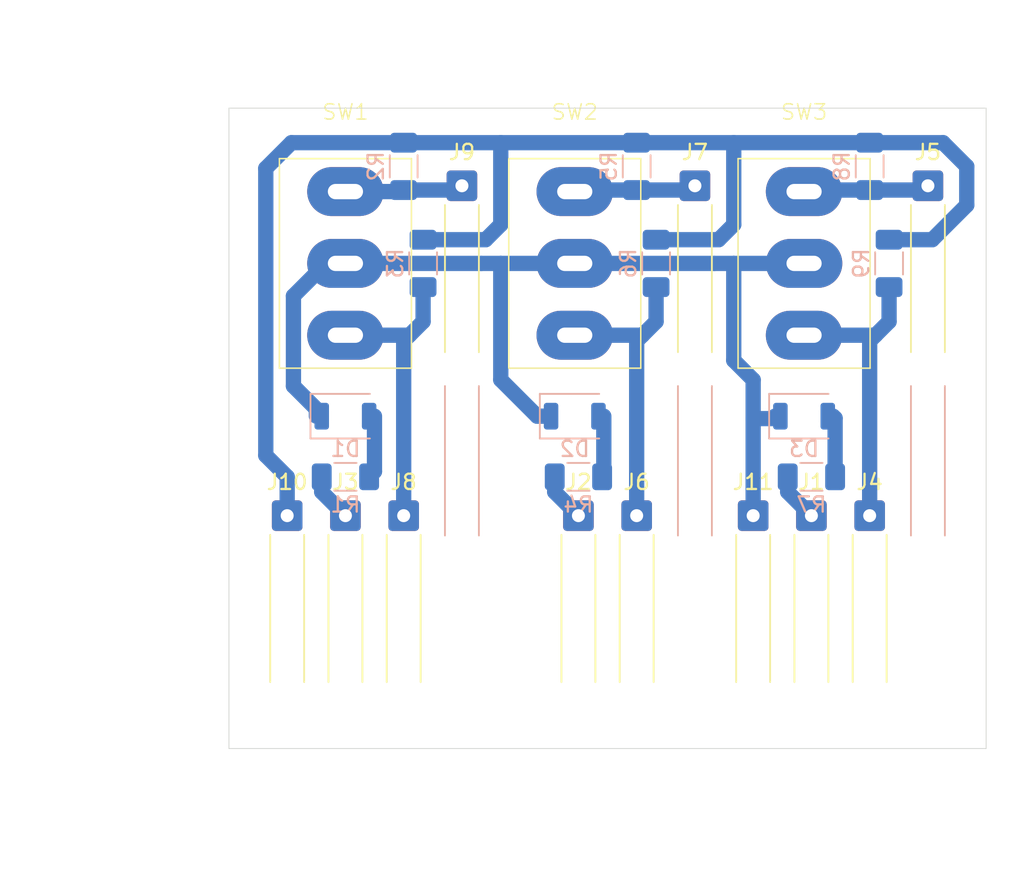
<source format=kicad_pcb>
(kicad_pcb (version 20221018) (generator pcbnew)
  (layers (0 "F.Cu" signal) (31 "B.Cu" signal) (34 "B.Paste" user) (35 "F.Paste" user) (36 "B.SilkS" user "B.Silkscreen") (37 "F.SilkS" user "F.Silkscreen") (38 "B.Mask" user) (39 "F.Mask" user) (44 "Edge.Cuts" user))
  (net 0 "")
  (net 1 "GND")
  (net 2 "Net-(D1-A)")
  (net 3 "Net-(D2-A)")
  (net 4 "Net-(D3-A)")
  (net 5 "/LED_LIGHT")
  (net 6 "/LED_VAC")
  (net 7 "/LED_PC")
  (net 8 "/LIGHT_OFF")
  (net 9 "/LIGHT_ON")
  (net 10 "/VAC_OFF")
  (net 11 "/VAC_ON")
  (net 12 "/PC_OFF")
  (net 13 "/PC_ON")
  (net 14 "+3V3")
  (footprint "ondra:SPDT_panel_mount" (layer "F.Cu") (at 113.82 95.25)
    (fp_text reference "SW3" (at 0 -9.906 unlocked) (layer "F.SilkS") (effects (font (thickness 0.1))))
    (fp_text value "SW_SPDT_MSM")
    (fp_line (start -4.318 -6.858) (end 4.318 -6.858) (stroke (width 0.1)) (layer "F.SilkS"))
    (fp_line (start -4.318 6.858) (end -4.318 -6.858) (stroke (width 0.1)) (layer "F.SilkS"))
    (fp_line (start 4.318 -6.858) (end 4.318 6.858) (stroke (width 0.1)) (layer "F.SilkS"))
    (fp_line (start 4.318 6.858) (end -4.318 6.858) (stroke (width 0.1)) (layer "F.SilkS"))
    (pad "1" thru_hole oval (at 0 -4.7) (size 5 3.2) (drill oval 2.3 1) (layers "*.Cu" "*.Mask") (net 9 "/LIGHT_ON"))
    (pad "2" thru_hole oval (at 0 0) (size 5 3.2) (drill oval 2.3 1) (layers "*.Cu" "*.Mask") (net 1 "GND"))
    (pad "3" thru_hole oval (at 0 4.7) (size 5 3.2) (drill oval 2.3 1) (layers "*.Cu" "*.Mask") (net 8 "/LIGHT_OFF"))
  )
  (footprint "Connector_Wire:SolderWire-0.25sqmm_1x01_D0.65mm_OD2mm_Relief" (layer "F.Cu") (at 110.49 111.76)
    (fp_text reference "J11" (at 0 -2.2) (layer "F.SilkS"))
    (fp_text value "Conn_01x01")
    (fp_line (start -1.11 1.26) (end -1.11 10.89) (stroke (width 0.12)) (layer "F.SilkS"))
    (fp_line (start 1.11 1.26) (end 1.11 10.89) (stroke (width 0.12)) (layer "F.SilkS"))
    (pad "" np_thru_hole circle (at 0 12) (size 2.5 2.5) (drill 2.5) (layers "*.Cu" "*.Mask"))
    (pad "1" thru_hole roundrect (at 0 0) (size 2 2) (drill 0.85) (layers "*.Cu" "*.Mask") (roundrect_rratio 0.125) (net 1 "GND"))
  )
  (footprint "Connector_Wire:SolderWire-0.25sqmm_1x01_D0.65mm_OD2mm_Relief" (layer "F.Cu") (at 80.01 111.76)
    (fp_text reference "J10" (at 0 -2.2) (layer "F.SilkS"))
    (fp_text value "Conn_01x01")
    (fp_line (start -1.11 1.26) (end -1.11 10.89) (stroke (width 0.12)) (layer "F.SilkS"))
    (fp_line (start 1.11 1.26) (end 1.11 10.89) (stroke (width 0.12)) (layer "F.SilkS"))
    (pad "" np_thru_hole circle (at 0 12) (size 2.5 2.5) (drill 2.5) (layers "*.Cu" "*.Mask"))
    (pad "1" thru_hole roundrect (at 0 0) (size 2 2) (drill 0.85) (layers "*.Cu" "*.Mask") (roundrect_rratio 0.125) (net 14 "+3V3"))
  )
  (footprint "Connector_Wire:SolderWire-0.25sqmm_1x01_D0.65mm_OD2mm_Relief" (layer "F.Cu") (at 102.87 111.76)
    (fp_text reference "J6" (at 0 -2.2) (layer "F.SilkS"))
    (fp_text value "Conn_01x01")
    (fp_line (start -1.11 1.26) (end -1.11 10.89) (stroke (width 0.12)) (layer "F.SilkS"))
    (fp_line (start 1.11 1.26) (end 1.11 10.89) (stroke (width 0.12)) (layer "F.SilkS"))
    (pad "" np_thru_hole circle (at 0 12) (size 2.5 2.5) (drill 2.5) (layers "*.Cu" "*.Mask"))
    (pad "1" thru_hole roundrect (at 0 0) (size 2 2) (drill 0.85) (layers "*.Cu" "*.Mask") (roundrect_rratio 0.125) (net 10 "/VAC_OFF"))
  )
  (footprint "ondra:SPDT_panel_mount" (layer "F.Cu") (at 83.82 95.25)
    (fp_text reference "SW1" (at 0 -9.906 unlocked) (layer "F.SilkS") (effects (font (thickness 0.1))))
    (fp_text value "SW_SPDT_MSM")
    (fp_line (start -4.318 -6.858) (end 4.318 -6.858) (stroke (width 0.1)) (layer "F.SilkS"))
    (fp_line (start -4.318 6.858) (end -4.318 -6.858) (stroke (width 0.1)) (layer "F.SilkS"))
    (fp_line (start 4.318 -6.858) (end 4.318 6.858) (stroke (width 0.1)) (layer "F.SilkS"))
    (fp_line (start 4.318 6.858) (end -4.318 6.858) (stroke (width 0.1)) (layer "F.SilkS"))
    (pad "1" thru_hole oval (at 0 -4.7) (size 5 3.2) (drill oval 2.3 1) (layers "*.Cu" "*.Mask") (net 13 "/PC_ON"))
    (pad "2" thru_hole oval (at 0 0) (size 5 3.2) (drill oval 2.3 1) (layers "*.Cu" "*.Mask") (net 1 "GND"))
    (pad "3" thru_hole oval (at 0 4.7) (size 5 3.2) (drill oval 2.3 1) (layers "*.Cu" "*.Mask") (net 12 "/PC_OFF"))
  )
  (footprint "Connector_Wire:SolderWire-0.25sqmm_1x01_D0.65mm_OD2mm_Relief2x" (layer "F.Cu") (at 121.92 90.17)
    (fp_text reference "J5" (at 0 -2.2) (layer "F.SilkS"))
    (fp_text value "Conn_01x01")
    (fp_line (start -1.11 13.11) (end -1.11 22.89) (stroke (width 0.12)) (layer "B.SilkS"))
    (fp_line (start 1.11 13.11) (end 1.11 22.89) (stroke (width 0.12)) (layer "B.SilkS"))
    (fp_line (start -1.11 1.26) (end -1.11 10.89) (stroke (width 0.12)) (layer "F.SilkS"))
    (fp_line (start 1.11 1.26) (end 1.11 10.89) (stroke (width 0.12)) (layer "F.SilkS"))
    (pad "" np_thru_hole circle (at 0 12) (size 2.5 2.5) (drill 2.5) (layers "*.Cu" "*.Mask"))
    (pad "" np_thru_hole circle (at 0 24) (size 2.5 2.5) (drill 2.5) (layers "*.Cu" "*.Mask"))
    (pad "1" thru_hole roundrect (at 0 0) (size 2 2) (drill 0.85) (layers "*.Cu" "*.Mask") (roundrect_rratio 0.125) (net 9 "/LIGHT_ON"))
  )
  (footprint "Connector_Wire:SolderWire-0.25sqmm_1x01_D0.65mm_OD2mm_Relief2x" (layer "F.Cu") (at 91.44 90.17)
    (fp_text reference "J9" (at 0 -2.2) (layer "F.SilkS"))
    (fp_text value "Conn_01x01")
    (fp_line (start -1.11 13.11) (end -1.11 22.89) (stroke (width 0.12)) (layer "B.SilkS"))
    (fp_line (start 1.11 13.11) (end 1.11 22.89) (stroke (width 0.12)) (layer "B.SilkS"))
    (fp_line (start -1.11 1.26) (end -1.11 10.89) (stroke (width 0.12)) (layer "F.SilkS"))
    (fp_line (start 1.11 1.26) (end 1.11 10.89) (stroke (width 0.12)) (layer "F.SilkS"))
    (pad "" np_thru_hole circle (at 0 12) (size 2.5 2.5) (drill 2.5) (layers "*.Cu" "*.Mask"))
    (pad "" np_thru_hole circle (at 0 24) (size 2.5 2.5) (drill 2.5) (layers "*.Cu" "*.Mask"))
    (pad "1" thru_hole roundrect (at 0 0) (size 2 2) (drill 0.85) (layers "*.Cu" "*.Mask") (roundrect_rratio 0.125) (net 13 "/PC_ON"))
  )
  (footprint "ondra:SPDT_panel_mount" (layer "F.Cu") (at 98.82 95.25)
    (fp_text reference "SW2" (at 0 -9.906 unlocked) (layer "F.SilkS") (effects (font (thickness 0.1))))
    (fp_text value "SW_SPDT_MSM")
    (fp_line (start -4.318 -6.858) (end 4.318 -6.858) (stroke (width 0.1)) (layer "F.SilkS"))
    (fp_line (start -4.318 6.858) (end -4.318 -6.858) (stroke (width 0.1)) (layer "F.SilkS"))
    (fp_line (start 4.318 -6.858) (end 4.318 6.858) (stroke (width 0.1)) (layer "F.SilkS"))
    (fp_line (start 4.318 6.858) (end -4.318 6.858) (stroke (width 0.1)) (layer "F.SilkS"))
    (pad "1" thru_hole oval (at 0 -4.7) (size 5 3.2) (drill oval 2.3 1) (layers "*.Cu" "*.Mask") (net 11 "/VAC_ON"))
    (pad "2" thru_hole oval (at 0 0) (size 5 3.2) (drill oval 2.3 1) (layers "*.Cu" "*.Mask") (net 1 "GND"))
    (pad "3" thru_hole oval (at 0 4.7) (size 5 3.2) (drill oval 2.3 1) (layers "*.Cu" "*.Mask") (net 10 "/VAC_OFF"))
  )
  (footprint "Connector_Wire:SolderWire-0.25sqmm_1x01_D0.65mm_OD2mm_Relief" (layer "F.Cu") (at 118.11 111.76)
    (fp_text reference "J4" (at 0 -2.2) (layer "F.SilkS"))
    (fp_text value "Conn_01x01")
    (fp_line (start -1.11 1.26) (end -1.11 10.89) (stroke (width 0.12)) (layer "F.SilkS"))
    (fp_line (start 1.11 1.26) (end 1.11 10.89) (stroke (width 0.12)) (layer "F.SilkS"))
    (pad "" np_thru_hole circle (at 0 12) (size 2.5 2.5) (drill 2.5) (layers "*.Cu" "*.Mask"))
    (pad "1" thru_hole roundrect (at 0 0) (size 2 2) (drill 0.85) (layers "*.Cu" "*.Mask") (roundrect_rratio 0.125) (net 8 "/LIGHT_OFF"))
  )
  (footprint "Connector_Wire:SolderWire-0.25sqmm_1x01_D0.65mm_OD2mm_Relief" (layer "F.Cu") (at 83.82 111.76)
    (fp_text reference "J3" (at 0 -2.2) (layer "F.SilkS"))
    (fp_text value "Conn_01x01")
    (fp_line (start -1.11 1.26) (end -1.11 10.89) (stroke (width 0.12)) (layer "F.SilkS"))
    (fp_line (start 1.11 1.26) (end 1.11 10.89) (stroke (width 0.12)) (layer "F.SilkS"))
    (pad "" np_thru_hole circle (at 0 12) (size 2.5 2.5) (drill 2.5) (layers "*.Cu" "*.Mask"))
    (pad "1" thru_hole roundrect (at 0 0) (size 2 2) (drill 0.85) (layers "*.Cu" "*.Mask") (roundrect_rratio 0.125) (net 7 "/LED_PC"))
  )
  (footprint "Connector_Wire:SolderWire-0.25sqmm_1x01_D0.65mm_OD2mm_Relief" (layer "F.Cu") (at 87.63 111.76)
    (fp_text reference "J8" (at 0 -2.2) (layer "F.SilkS"))
    (fp_text value "Conn_01x01")
    (fp_line (start -1.11 1.26) (end -1.11 10.89) (stroke (width 0.12)) (layer "F.SilkS"))
    (fp_line (start 1.11 1.26) (end 1.11 10.89) (stroke (width 0.12)) (layer "F.SilkS"))
    (pad "" np_thru_hole circle (at 0 12) (size 2.5 2.5) (drill 2.5) (layers "*.Cu" "*.Mask"))
    (pad "1" thru_hole roundrect (at 0 0) (size 2 2) (drill 0.85) (layers "*.Cu" "*.Mask") (roundrect_rratio 0.125) (net 12 "/PC_OFF"))
  )
  (footprint "Connector_Wire:SolderWire-0.25sqmm_1x01_D0.65mm_OD2mm_Relief2x" (layer "F.Cu") (at 106.68 90.17)
    (fp_text reference "J7" (at 0 -2.2) (layer "F.SilkS"))
    (fp_text value "Conn_01x01")
    (fp_line (start -1.11 13.11) (end -1.11 22.89) (stroke (width 0.12)) (layer "B.SilkS"))
    (fp_line (start 1.11 13.11) (end 1.11 22.89) (stroke (width 0.12)) (layer "B.SilkS"))
    (fp_line (start -1.11 1.26) (end -1.11 10.89) (stroke (width 0.12)) (layer "F.SilkS"))
    (fp_line (start 1.11 1.26) (end 1.11 10.89) (stroke (width 0.12)) (layer "F.SilkS"))
    (pad "" np_thru_hole circle (at 0 12) (size 2.5 2.5) (drill 2.5) (layers "*.Cu" "*.Mask"))
    (pad "" np_thru_hole circle (at 0 24) (size 2.5 2.5) (drill 2.5) (layers "*.Cu" "*.Mask"))
    (pad "1" thru_hole roundrect (at 0 0) (size 2 2) (drill 0.85) (layers "*.Cu" "*.Mask") (roundrect_rratio 0.125) (net 11 "/VAC_ON"))
  )
  (footprint "Connector_Wire:SolderWire-0.25sqmm_1x01_D0.65mm_OD2mm_Relief" (layer "F.Cu") (at 99.06 111.76)
    (fp_text reference "J2" (at 0 -2.2) (layer "F.SilkS"))
    (fp_text value "Conn_01x01")
    (fp_line (start -1.11 1.26) (end -1.11 10.89) (stroke (width 0.12)) (layer "F.SilkS"))
    (fp_line (start 1.11 1.26) (end 1.11 10.89) (stroke (width 0.12)) (layer "F.SilkS"))
    (pad "" np_thru_hole circle (at 0 12) (size 2.5 2.5) (drill 2.5) (layers "*.Cu" "*.Mask"))
    (pad "1" thru_hole roundrect (at 0 0) (size 2 2) (drill 0.85) (layers "*.Cu" "*.Mask") (roundrect_rratio 0.125) (net 6 "/LED_VAC"))
  )
  (footprint "Connector_Wire:SolderWire-0.25sqmm_1x01_D0.65mm_OD2mm_Relief" (layer "F.Cu") (at 114.3 111.76)
    (fp_text reference "J1" (at 0 -2.2) (layer "F.SilkS"))
    (fp_text value "Conn_01x01")
    (fp_line (start -1.11 1.26) (end -1.11 10.89) (stroke (width 0.12)) (layer "F.SilkS"))
    (fp_line (start 1.11 1.26) (end 1.11 10.89) (stroke (width 0.12)) (layer "F.SilkS"))
    (pad "" np_thru_hole circle (at 0 12) (size 2.5 2.5) (drill 2.5) (layers "*.Cu" "*.Mask"))
    (pad "1" thru_hole roundrect (at 0 0) (size 2 2) (drill 0.85) (layers "*.Cu" "*.Mask") (roundrect_rratio 0.125) (net 5 "/LED_LIGHT"))
  )
  (footprint "Resistor_SMD:R_1206_3216Metric_Pad1.30x1.75mm_HandSolder" (layer "B.Cu") (at 87.63 88.9 -90)
    (fp_text reference "R2" (at 0 1.82 90) (layer "B.SilkS") (effects (justify mirror)))
    (fp_text value "10k")
    (fp_line (start -0.727064 -0.91) (end 0.727064 -0.91) (stroke (width 0.12)) (layer "B.SilkS"))
    (fp_line (start -0.727064 0.91) (end 0.727064 0.91) (stroke (width 0.12)) (layer "B.SilkS"))
    (pad "1" smd roundrect (at -1.55 0 270) (size 1.3 1.75) (layers "B.Cu" "B.Paste" "B.Mask") (roundrect_rratio 0.1923076923) (net 14 "+3V3"))
    (pad "2" smd roundrect (at 1.55 0 270) (size 1.3 1.75) (layers "B.Cu" "B.Paste" "B.Mask") (roundrect_rratio 0.1923076923) (net 13 "/PC_ON"))
  )
  (footprint "Resistor_SMD:R_1206_3216Metric_Pad1.30x1.75mm_HandSolder" (layer "B.Cu") (at 99.06 109.22)
    (fp_text reference "R4" (at 0 1.82) (layer "B.SilkS") (effects (justify mirror)))
    (fp_text value "220")
    (fp_line (start -0.727064 -0.91) (end 0.727064 -0.91) (stroke (width 0.12)) (layer "B.SilkS"))
    (fp_line (start -0.727064 0.91) (end 0.727064 0.91) (stroke (width 0.12)) (layer "B.SilkS"))
    (pad "1" smd roundrect (at -1.55 0) (size 1.3 1.75) (layers "B.Cu" "B.Paste" "B.Mask") (roundrect_rratio 0.1923076923) (net 6 "/LED_VAC"))
    (pad "2" smd roundrect (at 1.55 0) (size 1.3 1.75) (layers "B.Cu" "B.Paste" "B.Mask") (roundrect_rratio 0.1923076923) (net 3 "Net-(D2-A)"))
  )
  (footprint "Resistor_SMD:R_1206_3216Metric_Pad1.30x1.75mm_HandSolder" (layer "B.Cu") (at 104.14 95.25 -90)
    (fp_text reference "R6" (at 0 1.82 90) (layer "B.SilkS") (effects (justify mirror)))
    (fp_text value "10k")
    (fp_line (start -0.727064 -0.91) (end 0.727064 -0.91) (stroke (width 0.12)) (layer "B.SilkS"))
    (fp_line (start -0.727064 0.91) (end 0.727064 0.91) (stroke (width 0.12)) (layer "B.SilkS"))
    (pad "1" smd roundrect (at -1.55 0 270) (size 1.3 1.75) (layers "B.Cu" "B.Paste" "B.Mask") (roundrect_rratio 0.1923076923) (net 14 "+3V3"))
    (pad "2" smd roundrect (at 1.55 0 270) (size 1.3 1.75) (layers "B.Cu" "B.Paste" "B.Mask") (roundrect_rratio 0.1923076923) (net 10 "/VAC_OFF"))
  )
  (footprint "Resistor_SMD:R_1206_3216Metric_Pad1.30x1.75mm_HandSolder" (layer "B.Cu") (at 119.38 95.25 -90)
    (fp_text reference "R9" (at 0 1.82 90) (layer "B.SilkS") (effects (justify mirror)))
    (fp_text value "10k")
    (fp_line (start -0.727064 -0.91) (end 0.727064 -0.91) (stroke (width 0.12)) (layer "B.SilkS"))
    (fp_line (start -0.727064 0.91) (end 0.727064 0.91) (stroke (width 0.12)) (layer "B.SilkS"))
    (pad "1" smd roundrect (at -1.55 0 270) (size 1.3 1.75) (layers "B.Cu" "B.Paste" "B.Mask") (roundrect_rratio 0.1923076923) (net 14 "+3V3"))
    (pad "2" smd roundrect (at 1.55 0 270) (size 1.3 1.75) (layers "B.Cu" "B.Paste" "B.Mask") (roundrect_rratio 0.1923076923) (net 8 "/LIGHT_OFF"))
  )
  (footprint "LED_SMD:LED_1206_3216Metric_ReverseMount_Hole1.8x2.4mm" (layer "B.Cu") (at 113.82 105.25)
    (fp_text reference "D3" (at 0 2.145) (layer "B.SilkS") (effects (justify mirror)))
    (fp_text value "LED")
    (fp_line (start -2.285 -1.46) (end 1.6 -1.46) (stroke (width 0.12)) (layer "B.SilkS"))
    (fp_line (start -2.285 1.46) (end -2.285 -1.46) (stroke (width 0.12)) (layer "B.SilkS"))
    (fp_line (start 1.6 1.46) (end -2.285 1.46) (stroke (width 0.12)) (layer "B.SilkS"))
    (pad "" np_thru_hole oval (at 0 0) (size 1.8 2.4) (drill oval 1.8 2.4) (layers "*.Cu" "*.Mask"))
    (pad "1" smd roundrect (at -1.55 0) (size 0.95 1.75) (layers "B.Cu" "B.Paste" "B.Mask") (roundrect_rratio 0.2) (net 1 "GND"))
    (pad "2" smd roundrect (at 1.55 0) (size 0.95 1.75) (layers "B.Cu" "B.Paste" "B.Mask") (roundrect_rratio 0.2) (net 4 "Net-(D3-A)"))
  )
  (footprint "LED_SMD:LED_1206_3216Metric_ReverseMount_Hole1.8x2.4mm" (layer "B.Cu") (at 98.82 105.25)
    (fp_text reference "D2" (at 0 2.145) (layer "B.SilkS") (effects (justify mirror)))
    (fp_text value "LED")
    (fp_line (start -2.285 -1.46) (end 1.6 -1.46) (stroke (width 0.12)) (layer "B.SilkS"))
    (fp_line (start -2.285 1.46) (end -2.285 -1.46) (stroke (width 0.12)) (layer "B.SilkS"))
    (fp_line (start 1.6 1.46) (end -2.285 1.46) (stroke (width 0.12)) (layer "B.SilkS"))
    (pad "" np_thru_hole oval (at 0 0) (size 1.8 2.4) (drill oval 1.8 2.4) (layers "*.Cu" "*.Mask"))
    (pad "1" smd roundrect (at -1.55 0) (size 0.95 1.75) (layers "B.Cu" "B.Paste" "B.Mask") (roundrect_rratio 0.2) (net 1 "GND"))
    (pad "2" smd roundrect (at 1.55 0) (size 0.95 1.75) (layers "B.Cu" "B.Paste" "B.Mask") (roundrect_rratio 0.2) (net 3 "Net-(D2-A)"))
  )
  (footprint "LED_SMD:LED_1206_3216Metric_ReverseMount_Hole1.8x2.4mm" (layer "B.Cu") (at 83.82 105.25)
    (fp_text reference "D1" (at 0 2.145) (layer "B.SilkS") (effects (justify mirror)))
    (fp_text value "LED")
    (fp_line (start -2.285 -1.46) (end 1.6 -1.46) (stroke (width 0.12)) (layer "B.SilkS"))
    (fp_line (start -2.285 1.46) (end -2.285 -1.46) (stroke (width 0.12)) (layer "B.SilkS"))
    (fp_line (start 1.6 1.46) (end -2.285 1.46) (stroke (width 0.12)) (layer "B.SilkS"))
    (pad "" np_thru_hole oval (at 0 0) (size 1.8 2.4) (drill oval 1.8 2.4) (layers "*.Cu" "*.Mask"))
    (pad "1" smd roundrect (at -1.55 0) (size 0.95 1.75) (layers "B.Cu" "B.Paste" "B.Mask") (roundrect_rratio 0.2) (net 1 "GND"))
    (pad "2" smd roundrect (at 1.55 0) (size 0.95 1.75) (layers "B.Cu" "B.Paste" "B.Mask") (roundrect_rratio 0.2) (net 2 "Net-(D1-A)"))
  )
  (footprint "Resistor_SMD:R_1206_3216Metric_Pad1.30x1.75mm_HandSolder" (layer "B.Cu") (at 118.11 88.9 -90)
    (fp_text reference "R8" (at 0 1.82 90) (layer "B.SilkS") (effects (justify mirror)))
    (fp_text value "10k")
    (fp_line (start -0.727064 -0.91) (end 0.727064 -0.91) (stroke (width 0.12)) (layer "B.SilkS"))
    (fp_line (start -0.727064 0.91) (end 0.727064 0.91) (stroke (width 0.12)) (layer "B.SilkS"))
    (pad "1" smd roundrect (at -1.55 0 270) (size 1.3 1.75) (layers "B.Cu" "B.Paste" "B.Mask") (roundrect_rratio 0.1923076923) (net 14 "+3V3"))
    (pad "2" smd roundrect (at 1.55 0 270) (size 1.3 1.75) (layers "B.Cu" "B.Paste" "B.Mask") (roundrect_rratio 0.1923076923) (net 9 "/LIGHT_ON"))
  )
  (footprint "Resistor_SMD:R_1206_3216Metric_Pad1.30x1.75mm_HandSolder" (layer "B.Cu") (at 88.9 95.25 -90)
    (fp_text reference "R3" (at 0 1.82 90) (layer "B.SilkS") (effects (justify mirror)))
    (fp_text value "10k")
    (fp_line (start -0.727064 -0.91) (end 0.727064 -0.91) (stroke (width 0.12)) (layer "B.SilkS"))
    (fp_line (start -0.727064 0.91) (end 0.727064 0.91) (stroke (width 0.12)) (layer "B.SilkS"))
    (pad "1" smd roundrect (at -1.55 0 270) (size 1.3 1.75) (layers "B.Cu" "B.Paste" "B.Mask") (roundrect_rratio 0.1923076923) (net 14 "+3V3"))
    (pad "2" smd roundrect (at 1.55 0 270) (size 1.3 1.75) (layers "B.Cu" "B.Paste" "B.Mask") (roundrect_rratio 0.1923076923) (net 12 "/PC_OFF"))
  )
  (footprint "Resistor_SMD:R_1206_3216Metric_Pad1.30x1.75mm_HandSolder" (layer "B.Cu") (at 114.3 109.22)
    (fp_text reference "R7" (at 0 1.82) (layer "B.SilkS") (effects (justify mirror)))
    (fp_text value "220")
    (fp_line (start -0.727064 -0.91) (end 0.727064 -0.91) (stroke (width 0.12)) (layer "B.SilkS"))
    (fp_line (start -0.727064 0.91) (end 0.727064 0.91) (stroke (width 0.12)) (layer "B.SilkS"))
    (pad "1" smd roundrect (at -1.55 0) (size 1.3 1.75) (layers "B.Cu" "B.Paste" "B.Mask") (roundrect_rratio 0.1923076923) (net 5 "/LED_LIGHT"))
    (pad "2" smd roundrect (at 1.55 0) (size 1.3 1.75) (layers "B.Cu" "B.Paste" "B.Mask") (roundrect_rratio 0.1923076923) (net 4 "Net-(D3-A)"))
  )
  (footprint "Resistor_SMD:R_1206_3216Metric_Pad1.30x1.75mm_HandSolder" (layer "B.Cu") (at 83.82 109.22)
    (fp_text reference "R1" (at 0 1.82) (layer "B.SilkS") (effects (justify mirror)))
    (fp_text value "220")
    (fp_line (start -0.727064 -0.91) (end 0.727064 -0.91) (stroke (width 0.12)) (layer "B.SilkS"))
    (fp_line (start -0.727064 0.91) (end 0.727064 0.91) (stroke (width 0.12)) (layer "B.SilkS"))
    (pad "1" smd roundrect (at -1.55 0) (size 1.3 1.75) (layers "B.Cu" "B.Paste" "B.Mask") (roundrect_rratio 0.1923076923) (net 7 "/LED_PC"))
    (pad "2" smd roundrect (at 1.55 0) (size 1.3 1.75) (layers "B.Cu" "B.Paste" "B.Mask") (roundrect_rratio 0.1923076923) (net 2 "Net-(D1-A)"))
  )
  (footprint "Resistor_SMD:R_1206_3216Metric_Pad1.30x1.75mm_HandSolder" (layer "B.Cu") (at 102.87 88.9 -90)
    (fp_text reference "R5" (at 0 1.82 90) (layer "B.SilkS") (effects (justify mirror)))
    (fp_text value "10k")
    (fp_line (start -0.727064 -0.91) (end 0.727064 -0.91) (stroke (width 0.12)) (layer "B.SilkS"))
    (fp_line (start -0.727064 0.91) (end 0.727064 0.91) (stroke (width 0.12)) (layer "B.SilkS"))
    (pad "1" smd roundrect (at -1.55 0 270) (size 1.3 1.75) (layers "B.Cu" "B.Paste" "B.Mask") (roundrect_rratio 0.1923076923) (net 14 "+3V3"))
    (pad "2" smd roundrect (at 1.55 0 270) (size 1.3 1.75) (layers "B.Cu" "B.Paste" "B.Mask") (roundrect_rratio 0.1923076923) (net 11 "/VAC_ON"))
  )
  (gr_line (start 125.73 127) (end 125.73 85.09) (stroke (width 0.05)) (layer "Edge.Cuts"))
  (gr_line (start 76.2 85.09) (end 76.2 127) (stroke (width 0.05)) (layer "Edge.Cuts"))
  (gr_line (start 125.73 85.09) (end 76.2 85.09) (stroke (width 0.05)) (layer "Edge.Cuts"))
  (gr_line (start 76.2 127) (end 125.73 127) (stroke (width 0.05)) (layer "Edge.Cuts"))
  (segment (start 107.95 95.25) (end 109.22 95.25) (width 1) (layer "B.Cu") (net 1))
  (segment (start 80.42 97.38) (end 80.42 103.28) (width 1) (layer "B.Cu") (net 1))
  (segment (start 93.98 102.87) (end 96.36 105.25) (width 1) (layer "B.Cu") (net 1))
  (segment (start 109.22 95.25) (end 109.22 101.6) (width 1) (layer "B.Cu") (net 1))
  (segment (start 83.82 95.25) (end 82.55 95.25) (width 1) (layer "B.Cu") (net 1))
  (segment (start 110.49 105.41) (end 111.92 105.41) (width 1) (layer "B.Cu") (net 1))
  (segment (start 110.49 102.87) (end 110.49 105.41) (width 1) (layer "B.Cu") (net 1))
  (segment (start 82.55 95.25) (end 80.42 97.38) (width 1) (layer "B.Cu") (net 1))
  (segment (start 92.71 95.25) (end 93.98 95.25) (width 1) (layer "B.Cu") (net 1))
  (segment (start 110.49 105.41) (end 110.49 111.76) (width 1) (layer "B.Cu") (net 1))
  (segment (start 109.22 101.6) (end 110.49 102.87) (width 1) (layer "B.Cu") (net 1))
  (segment (start 109.22 95.25) (end 113.82 95.25) (width 1) (layer "B.Cu") (net 1))
  (segment (start 93.98 95.25) (end 93.98 102.87) (width 1) (layer "B.Cu") (net 1))
  (segment (start 96.36 105.25) (end 96.92 105.25) (width 1) (layer "B.Cu") (net 1))
  (segment (start 80.42 103.28) (end 81.92 104.78) (width 1) (layer "B.Cu") (net 1))
  (segment (start 111.92 105.41) (end 111.92 105.25) (width 1) (layer "B.Cu") (net 1))
  (segment (start 83.82 95.25) (end 92.71 95.25) (width 1) (layer "B.Cu") (net 1))
  (segment (start 93.98 95.25) (end 107.95 95.25) (width 1) (layer "B.Cu") (net 1))
  (segment (start 81.92 104.78) (end 81.92 105.25) (width 1) (layer "B.Cu") (net 1))
  (segment (start 85.37 109.22) (end 85.72 108.87) (width 1) (layer "B.Cu") (net 2))
  (segment (start 85.72 108.87) (end 85.72 105.25) (width 1) (layer "B.Cu") (net 2))
  (segment (start 100.61 109.22) (end 100.72 109.11) (width 1) (layer "B.Cu") (net 3))
  (segment (start 100.72 109.11) (end 100.72 105.25) (width 1) (layer "B.Cu") (net 3))
  (segment (start 115.85 105.38) (end 115.72 105.25) (width 1) (layer "B.Cu") (net 4))
  (segment (start 115.85 109.22) (end 115.85 105.38) (width 1) (layer "B.Cu") (net 4))
  (segment (start 112.75 109.22) (end 112.75 110.21) (width 1) (layer "B.Cu") (net 5))
  (segment (start 112.75 110.21) (end 114.3 111.76) (width 1) (layer "B.Cu") (net 5))
  (segment (start 97.51 109.22) (end 97.51 110.21) (width 1) (layer "B.Cu") (net 6))
  (segment (start 97.51 110.21) (end 99.06 111.76) (width 1) (layer "B.Cu") (net 6))
  (segment (start 82.27 109.22) (end 82.27 110.21) (width 1) (layer "B.Cu") (net 7))
  (segment (start 82.27 110.21) (end 83.82 111.76) (width 1) (layer "B.Cu") (net 7))
  (segment (start 113.82 99.95) (end 118.49 99.95) (width 1) (layer "B.Cu") (net 8))
  (segment (start 118.49 99.95) (end 119.38 99.06) (width 1) (layer "B.Cu") (net 8))
  (segment (start 118.11 100.33) (end 118.49 99.95) (width 1) (layer "B.Cu") (net 8))
  (segment (start 119.38 99.06) (end 119.38 96.8) (width 1) (layer "B.Cu") (net 8))
  (segment (start 118.11 111.76) (end 118.11 100.33) (width 1) (layer "B.Cu") (net 8))
  (segment (start 113.92 90.45) (end 113.82 90.55) (width 1) (layer "B.Cu") (net 9))
  (segment (start 118.11 90.45) (end 113.92 90.45) (width 1) (layer "B.Cu") (net 9))
  (segment (start 121.64 90.45) (end 121.92 90.17) (width 1) (layer "B.Cu") (net 9))
  (segment (start 118.11 90.45) (end 121.64 90.45) (width 1) (layer "B.Cu") (net 9))
  (segment (start 102.87 100.33) (end 103.25 99.95) (width 1) (layer "B.Cu") (net 10))
  (segment (start 102.87 111.76) (end 102.87 100.33) (width 1) (layer "B.Cu") (net 10))
  (segment (start 104.14 99.06) (end 104.14 96.8) (width 1) (layer "B.Cu") (net 10))
  (segment (start 103.25 99.95) (end 104.14 99.06) (width 1) (layer "B.Cu") (net 10))
  (segment (start 98.82 99.95) (end 103.25 99.95) (width 1) (layer "B.Cu") (net 10))
  (segment (start 98.92 90.45) (end 98.82 90.55) (width 1) (layer "B.Cu") (net 11))
  (segment (start 102.87 90.45) (end 106.4 90.45) (width 1) (layer "B.Cu") (net 11))
  (segment (start 106.4 90.45) (end 106.68 90.17) (width 1) (layer "B.Cu") (net 11))
  (segment (start 102.87 90.45) (end 98.92 90.45) (width 1) (layer "B.Cu") (net 11))
  (segment (start 83.82 99.95) (end 88.01 99.95) (width 1) (layer "B.Cu") (net 12))
  (segment (start 88.01 99.95) (end 88.9 99.06) (width 1) (layer "B.Cu") (net 12))
  (segment (start 87.63 100.33) (end 88.01 99.95) (width 1) (layer "B.Cu") (net 12))
  (segment (start 87.63 111.76) (end 87.63 100.33) (width 1) (layer "B.Cu") (net 12))
  (segment (start 88.9 99.06) (end 88.9 96.8) (width 1) (layer "B.Cu") (net 12))
  (segment (start 87.63 90.55) (end 83.82 90.55) (width 1) (layer "B.Cu") (net 13))
  (segment (start 91.16 90.45) (end 91.44 90.17) (width 1) (layer "B.Cu") (net 13))
  (segment (start 87.63 90.45) (end 91.16 90.45) (width 1) (layer "B.Cu") (net 13))
  (segment (start 119.38 93.7) (end 122.2 93.7) (width 1) (layer "B.Cu") (net 14))
  (segment (start 93.98 92.71) (end 93.98 87.35) (width 1) (layer "B.Cu") (net 14))
  (segment (start 87.63 87.35) (end 80.29 87.35) (width 1) (layer "B.Cu") (net 14))
  (segment (start 80.01 109.22) (end 80.01 111.76) (width 1) (layer "B.Cu") (net 14))
  (segment (start 92.99 93.7) (end 93.98 92.71) (width 1) (layer "B.Cu") (net 14))
  (segment (start 124.46 91.44) (end 124.46 88.9) (width 1) (layer "B.Cu") (net 14))
  (segment (start 108.23 93.7) (end 109.22 92.71) (width 1) (layer "B.Cu") (net 14))
  (segment (start 78.61 89.03) (end 78.61 107.82) (width 1) (layer "B.Cu") (net 14))
  (segment (start 122.91 87.35) (end 124.46 88.9) (width 1) (layer "B.Cu") (net 14))
  (segment (start 88.9 93.7) (end 92.99 93.7) (width 1) (layer "B.Cu") (net 14))
  (segment (start 109.22 92.71) (end 109.22 87.35) (width 1) (layer "B.Cu") (net 14))
  (segment (start 87.63 87.35) (end 122.91 87.35) (width 1) (layer "B.Cu") (net 14))
  (segment (start 122.2 93.7) (end 124.46 91.44) (width 1) (layer "B.Cu") (net 14))
  (segment (start 78.61 107.82) (end 80.01 109.22) (width 1) (layer "B.Cu") (net 14))
  (segment (start 80.29 87.35) (end 78.61 89.03) (width 1) (layer "B.Cu") (net 14))
  (segment (start 104.14 93.7) (end 108.23 93.7) (width 1) (layer "B.Cu") (net 14))
)
</source>
